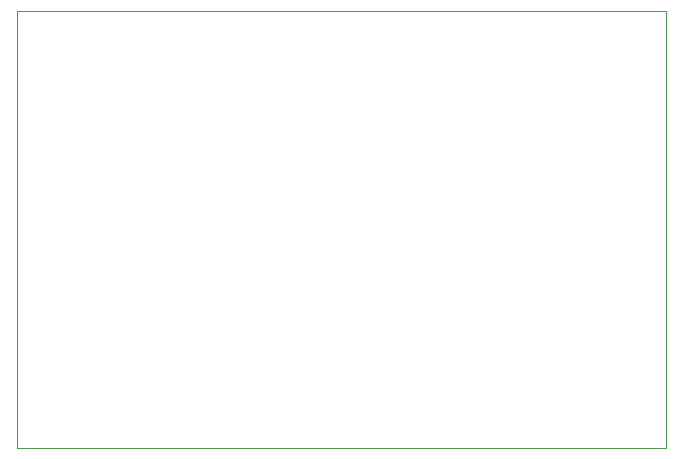
<source format=gbr>
%TF.GenerationSoftware,KiCad,Pcbnew,(5.1.6)-1*%
%TF.CreationDate,2020-10-06T09:22:05-05:00*%
%TF.ProjectId,desk_lamp,6465736b-5f6c-4616-9d70-2e6b69636164,rev?*%
%TF.SameCoordinates,Original*%
%TF.FileFunction,Profile,NP*%
%FSLAX46Y46*%
G04 Gerber Fmt 4.6, Leading zero omitted, Abs format (unit mm)*
G04 Created by KiCad (PCBNEW (5.1.6)-1) date 2020-10-06 09:22:05*
%MOMM*%
%LPD*%
G01*
G04 APERTURE LIST*
%TA.AperFunction,Profile*%
%ADD10C,0.050000*%
%TD*%
G04 APERTURE END LIST*
D10*
X50000000Y-20000000D02*
X50000000Y-57000000D01*
X105000000Y-57000000D02*
X50000000Y-57000000D01*
X105000000Y-20000000D02*
X105000000Y-57000000D01*
X50000000Y-20000000D02*
X105000000Y-20000000D01*
M02*

</source>
